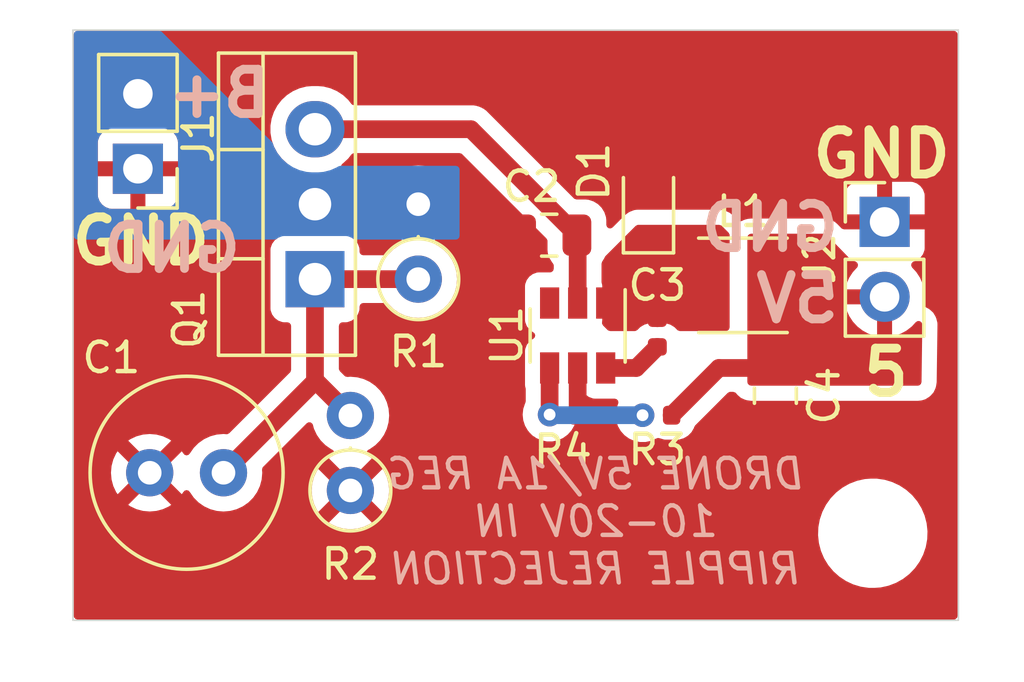
<source format=kicad_pcb>
(kicad_pcb (version 20221018) (generator pcbnew)
  (layers (0 "F.Cu" signal) (31 "B.Cu" signal) (34 "B.Paste" user) (35 "F.Paste" user) (36 "B.SilkS" user "B.Silkscreen") (37 "F.SilkS" user "F.Silkscreen") (38 "B.Mask" user) (39 "F.Mask" user) (44 "Edge.Cuts" user))
  (net 0 "")
  (net 1 "GND")
  (net 2 "+5V")
  (net 3 "+BATT")
  (net 4 "/CTRL")
  (net 5 "/FILTERED")
  (net 6 "/SW")
  (net 7 "/BOOTSTRAP")
  (net 8 "/FEEDBACK")
  (footprint "Capacitor_THT:C_Radial_D6.3mm_H7.0mm_P2.50mm" (layer "F.Cu") (at 112.6 105)
    (fp_text reference "C1" (at -1.3 -3.9) (layer "F.SilkS"))
    (fp_text value "10u")
    (fp_circle (center 1.25 0) (end 4.52 0) (stroke (width 0.12)) (fill none) (layer "F.SilkS"))
    (pad "1" thru_hole circle (at 0 0) (size 1.6 1.6) (drill 0.8) (layers "*.Cu" "*.Mask") (net 1 "GND"))
    (pad "2" thru_hole circle (at 2.5 0) (size 1.6 1.6) (drill 0.8) (layers "*.Cu" "*.Mask") (net 4 "/CTRL"))
  )
  (footprint "Capacitor_SMD:C_0805_2012Metric" (layer "F.Cu") (at 126.1375 96.95)
    (fp_text reference "C2" (at -0.6 -1.65) (layer "F.SilkS"))
    (fp_text value "10u")
    (fp_line (start -0.258578 -0.71) (end 0.258578 -0.71) (stroke (width 0.12)) (layer "F.SilkS"))
    (fp_line (start -0.258578 0.71) (end 0.258578 0.71) (stroke (width 0.12)) (layer "F.SilkS"))
    (pad "1" smd roundrect (at -0.9375 0) (size 0.975 1.4) (layers "F.Cu" "F.Paste" "F.Mask") (net 1 "GND"))
    (pad "2" smd roundrect (at 0.9375 0) (size 0.975 1.4) (layers "F.Cu" "F.Paste" "F.Mask") (net 5 "/FILTERED"))
  )
  (footprint "Capacitor_SMD:C_0402_1005Metric" (layer "F.Cu") (at 129.8 100.25 90)
    (fp_text reference "C3" (at 1.6 0 180) (layer "F.SilkS"))
    (fp_text value "22n")
    (pad "1" smd roundrect (at -0.485 0 90) (size 0.59 0.64) (layers "F.Cu" "F.Paste" "F.Mask") (net 7 "/BOOTSTRAP"))
    (pad "2" smd roundrect (at 0.485 0 90) (size 0.59 0.64) (layers "F.Cu" "F.Paste" "F.Mask") (net 6 "/SW"))
  )
  (footprint "Capacitor_SMD:C_0805_2012Metric" (layer "F.Cu") (at 133.8 102.3875 -90)
    (fp_text reference "C4" (at 0 -1.65 90) (layer "F.SilkS"))
    (fp_text value "4u7")
    (fp_line (start -0.258578 -0.71) (end 0.258578 -0.71) (stroke (width 0.12)) (layer "F.SilkS"))
    (fp_line (start -0.258578 0.71) (end 0.258578 0.71) (stroke (width 0.12)) (layer "F.SilkS"))
    (pad "1" smd roundrect (at -0.9375 0 270) (size 0.975 1.4) (layers "F.Cu" "F.Paste" "F.Mask") (net 2 "+5V"))
    (pad "2" smd roundrect (at 0.9375 0 270) (size 0.975 1.4) (layers "F.Cu" "F.Paste" "F.Mask") (net 1 "GND"))
  )
  (footprint "Diode_SMD:D_SOD-323" (layer "F.Cu") (at 129.5 96.05 90)
    (fp_text reference "D1" (at 1.25 -1.85 90) (layer "F.SilkS"))
    (fp_text value "0v7")
    (fp_line (start -1.5 -0.85) (end -1.5 0.85) (stroke (width 0.12)) (layer "F.SilkS"))
    (fp_line (start -1.5 -0.85) (end 1.05 -0.85) (stroke (width 0.12)) (layer "F.SilkS"))
    (fp_line (start -1.5 0.85) (end 1.05 0.85) (stroke (width 0.12)) (layer "F.SilkS"))
    (pad "1" smd rect (at -1.05 0 90) (size 0.6 0.45) (layers "F.Cu" "F.Paste" "F.Mask") (net 6 "/SW"))
    (pad "2" smd rect (at 1.05 0 90) (size 0.6 0.45) (layers "F.Cu" "F.Paste" "F.Mask") (net 1 "GND"))
  )
  (footprint "Package_TO_SOT_THT:TO-220-3_Vertical" (layer "F.Cu") (at 118.2 98.44 90)
    (fp_text reference "Q1" (at -1.36 -4.27 90) (layer "F.SilkS"))
    (fp_text value "TIP122")
    (fp_line (start -2.58 -3.27) (end -2.58 1.371) (stroke (width 0.12)) (layer "F.SilkS"))
    (fp_line (start -2.58 -3.27) (end 7.66 -3.27) (stroke (width 0.12)) (layer "F.SilkS"))
    (fp_line (start -2.58 -1.76) (end 7.66 -1.76) (stroke (width 0.12)) (layer "F.SilkS"))
    (fp_line (start -2.58 1.371) (end 7.66 1.371) (stroke (width 0.12)) (layer "F.SilkS"))
    (fp_line (start 0.69 -3.27) (end 0.69 -1.76) (stroke (width 0.12)) (layer "F.SilkS"))
    (fp_line (start 4.391 -3.27) (end 4.391 -1.76) (stroke (width 0.12)) (layer "F.SilkS"))
    (fp_line (start 7.66 -3.27) (end 7.66 1.371) (stroke (width 0.12)) (layer "F.SilkS"))
    (pad "1" thru_hole rect (at 0 0 90) (size 1.905 2) (drill 1.1) (layers "*.Cu" "*.Mask") (net 4 "/CTRL"))
    (pad "2" thru_hole oval (at 2.54 0 90) (size 1.905 2) (drill 1.1) (layers "*.Cu" "*.Mask") (net 3 "+BATT"))
    (pad "3" thru_hole oval (at 5.08 0 90) (size 1.905 2) (drill 1.1) (layers "*.Cu" "*.Mask") (net 5 "/FILTERED"))
  )
  (footprint "Resistor_THT:R_Axial_DIN0207_L6.3mm_D2.5mm_P2.54mm_Vertical" (layer "F.Cu") (at 119.4 105.6 90)
    (fp_text reference "R2" (at -2.5 0 180) (layer "F.SilkS"))
    (fp_text value "1k")
    (fp_line (start 1.37 0) (end 1.44 0) (stroke (width 0.12)) (layer "F.SilkS"))
    (fp_circle (center 0 0) (end 1.37 0) (stroke (width 0.12)) (fill none) (layer "F.SilkS"))
    (pad "1" thru_hole circle (at 0 0 90) (size 1.6 1.6) (drill 0.8) (layers "*.Cu" "*.Mask") (net 1 "GND"))
    (pad "2" thru_hole oval (at 2.54 0 90) (size 1.6 1.6) (drill 0.8) (layers "*.Cu" "*.Mask") (net 4 "/CTRL"))
  )
  (footprint "Resistor_SMD:R_0402_1005Metric" (layer "F.Cu") (at 129.8 103.05 180)
    (fp_text reference "R3" (at 0 -1.17) (layer "F.SilkS"))
    (fp_text value "150k")
    (pad "1" smd roundrect (at -0.485 0 180) (size 0.59 0.64) (layers "F.Cu" "F.Paste" "F.Mask") (net 2 "+5V"))
    (pad "2" smd roundrect (at 0.485 0 180) (size 0.59 0.64) (layers "F.Cu" "F.Paste" "F.Mask") (net 8 "/FEEDBACK"))
  )
  (footprint "Resistor_SMD:R_0402_1005Metric" (layer "F.Cu") (at 126.615 103.05)
    (fp_text reference "R4" (at -0.015 1.2) (layer "F.SilkS"))
    (fp_text value "28k7")
    (pad "1" smd roundrect (at -0.485 0) (size 0.59 0.64) (layers "F.Cu" "F.Paste" "F.Mask") (net 8 "/FEEDBACK"))
    (pad "2" smd roundrect (at 0.485 0) (size 0.59 0.64) (layers "F.Cu" "F.Paste" "F.Mask") (net 1 "GND"))
  )
  (footprint "Inductor_SMD:L_Taiyo-Yuden_NR-30xx" (layer "F.Cu") (at 132.7 98.65)
    (fp_text reference "L1" (at 0 -2.5) (layer "F.SilkS"))
    (fp_text value "4u7")
    (fp_line (start -1.5 -1.6) (end 1.5 -1.6) (stroke (width 0.12)) (layer "F.SilkS"))
    (fp_line (start -1.5 1.6) (end 1.5 1.6) (stroke (width 0.12)) (layer "F.SilkS"))
    (pad "1" smd rect (at -1.1 0) (size 0.8 2.9) (layers "F.Cu" "F.Paste" "F.Mask") (net 6 "/SW"))
    (pad "2" smd rect (at 1.1 0) (size 0.8 2.9) (layers "F.Cu" "F.Paste" "F.Mask") (net 2 "+5V"))
  )
  (footprint "Package_TO_SOT_SMD:SOT-23-6" (layer "F.Cu") (at 127.1 100.35 -90)
    (fp_text reference "U1" (at 0 2.4 90) (layer "F.SilkS"))
    (fp_text value "ACT4088")
    (fp_line (start -0.9 1.61) (end 0.9 1.61) (stroke (width 0.12)) (layer "F.SilkS"))
    (fp_line (start 0.9 -1.61) (end -1.55 -1.61) (stroke (width 0.12)) (layer "F.SilkS"))
    (pad "1" smd rect (at -1.1 -0.95 270) (size 1.06 0.65) (layers "F.Cu" "F.Paste" "F.Mask") (net 6 "/SW"))
    (pad "2" smd rect (at -1.1 0 270) (size 1.06 0.65) (layers "F.Cu" "F.Paste" "F.Mask") (net 5 "/FILTERED"))
    (pad "3" smd rect (at -1.1 0.95 270) (size 1.06 0.65) (layers "F.Cu" "F.Paste" "F.Mask"))
    (pad "4" smd rect (at 1.1 0.95 270) (size 1.06 0.65) (layers "F.Cu" "F.Paste" "F.Mask") (net 8 "/FEEDBACK"))
    (pad "5" smd rect (at 1.1 0 270) (size 1.06 0.65) (layers "F.Cu" "F.Paste" "F.Mask") (net 1 "GND"))
    (pad "6" smd rect (at 1.1 -0.95 270) (size 1.06 0.65) (layers "F.Cu" "F.Paste" "F.Mask") (net 7 "/BOOTSTRAP"))
  )
  (footprint "Connector_PinHeader_2.54mm:PinHeader_1x02_P2.54mm_Vertical" (layer "F.Cu") (at 112.2 94.7 180)
    (fp_text reference "J1" (at -2.05 1.05 90) (layer "F.SilkS"))
    (fp_text value "Conn_01x02")
    (fp_line (start -1.33 -1.33) (end 0 -1.33) (stroke (width 0.12)) (layer "F.SilkS"))
    (fp_line (start -1.33 0) (end -1.33 -1.33) (stroke (width 0.12)) (layer "F.SilkS"))
    (fp_line (start -1.33 1.27) (end -1.33 3.87) (stroke (width 0.12)) (layer "F.SilkS"))
    (fp_line (start -1.33 1.27) (end 1.33 1.27) (stroke (width 0.12)) (layer "F.SilkS"))
    (fp_line (start -1.33 3.87) (end 1.33 3.87) (stroke (width 0.12)) (layer "F.SilkS"))
    (fp_line (start 1.33 1.27) (end 1.33 3.87) (stroke (width 0.12)) (layer "F.SilkS"))
    (pad "1" thru_hole rect (at 0 0 180) (size 1.7 1.7) (drill 1) (layers "*.Cu" "*.Mask") (net 1 "GND"))
    (pad "2" thru_hole oval (at 0 2.54 180) (size 1.7 1.7) (drill 1) (layers "*.Cu" "*.Mask") (net 3 "+BATT"))
  )
  (footprint "Resistor_THT:R_Axial_DIN0207_L6.3mm_D2.5mm_P2.54mm_Vertical" (layer "F.Cu") (at 121.7 98.44 90)
    (fp_text reference "R1" (at -2.46 0 180) (layer "F.SilkS"))
    (fp_text value "1k")
    (fp_line (start 1.37 0) (end 1.44 0) (stroke (width 0.12)) (layer "F.SilkS"))
    (fp_circle (center 0 0) (end 1.37 0) (stroke (width 0.12)) (fill none) (layer "F.SilkS"))
    (pad "1" thru_hole circle (at 0 0 90) (size 1.6 1.6) (drill 0.8) (layers "*.Cu" "*.Mask") (net 4 "/CTRL"))
    (pad "2" thru_hole oval (at 2.54 0 90) (size 1.6 1.6) (drill 0.8) (layers "*.Cu" "*.Mask") (net 3 "+BATT"))
  )
  (footprint "Connector_PinHeader_2.54mm:PinHeader_1x02_P2.54mm_Vertical" (layer "F.Cu") (at 137.5 96.5)
    (fp_text reference "J2" (at -2.2 1.25 90) (layer "F.SilkS"))
    (fp_text value "Conn_01x02")
    (fp_line (start -1.33 -1.33) (end 0 -1.33) (stroke (width 0.12)) (layer "F.SilkS"))
    (fp_line (start -1.33 0) (end -1.33 -1.33) (stroke (width 0.12)) (layer "F.SilkS"))
    (fp_line (start -1.33 1.27) (end -1.33 3.87) (stroke (width 0.12)) (layer "F.SilkS"))
    (fp_line (start -1.33 1.27) (end 1.33 1.27) (stroke (width 0.12)) (layer "F.SilkS"))
    (fp_line (start -1.33 3.87) (end 1.33 3.87) (stroke (width 0.12)) (layer "F.SilkS"))
    (fp_line (start 1.33 1.27) (end 1.33 3.87) (stroke (width 0.12)) (layer "F.SilkS"))
    (pad "1" thru_hole rect (at 0 0) (size 1.7 1.7) (drill 1) (layers "*.Cu" "*.Mask") (net 1 "GND"))
    (pad "2" thru_hole oval (at 0 2.54) (size 1.7 1.7) (drill 1) (layers "*.Cu" "*.Mask") (net 2 "+5V"))
  )
  (footprint "MountingHole:MountingHole_3.2mm_M3" (layer "F.Cu") (at 137.1 107.05)
    (fp_text reference "H1" hide)
    (fp_text value "MountingHole")
    (pad "" np_thru_hole circle (at 0 0) (size 3.2 3.2) (drill 3.2) (layers "*.Cu" "*.Mask"))
  )
  (gr_line (start 140 90) (end 110 90) (stroke (width 0.05)) (layer "Edge.Cuts"))
  (gr_line (start 140 110) (end 140 90) (stroke (width 0.05)) (layer "Edge.Cuts"))
  (gr_line (start 110 90) (end 110 110) (stroke (width 0.05)) (layer "Edge.Cuts"))
  (gr_line (start 110 110) (end 140 110) (stroke (width 0.05)) (layer "Edge.Cuts"))
  (gr_text "GND\n5V" (at 136.1 97.9) (layer "B.SilkS") (effects (font (size 1.5 1.5) (thickness 0.3)) (justify left mirror)))
  (gr_text "GND" (at 113.35 97.4) (layer "B.SilkS") (effects (font (size 1.5 1.5) (thickness 0.3)) (justify mirror)))
  (gr_text "DRONE 5V/1A REG\n10-20V IN\nRIPPLE REJECTION" (at 127.75 106.65) (layer "B.SilkS") (effects (font (size 1 1) (thickness 0.15) italic) (justify mirror)))
  (gr_text "B+" (at 114.95 92.15) (layer "B.SilkS") (effects (font (size 1.5 1.5) (thickness 0.3)) (justify mirror)))
  (gr_text "GND" (at 112.3 97.15) (layer "F.SilkS") (effects (font (size 1.5 1.5) (thickness 0.3))))
  (gr_text "GND" (at 137.4 94.2) (layer "F.SilkS") (effects (font (size 1.5 1.5) (thickness 0.3))))
  (gr_text "5" (at 137.55 101.6) (layer "F.SilkS") (effects (font (size 1.5 1.5) (thickness 0.3))))
  (segment (start 127.1 101.45) (end 127.1 103.05) (width 0.6) (layer "F.Cu") (net 1))
  (segment (start 133.8 101.45) (end 131.885 101.45) (width 0.6) (layer "F.Cu") (net 2))
  (segment (start 131.885 101.45) (end 130.285 103.05) (width 0.6) (layer "F.Cu") (net 2))
  (segment (start 118.2 101.9) (end 115.1 105) (width 0.6) (layer "F.Cu") (net 4))
  (segment (start 119.4 103.06) (end 118.24 101.9) (width 0.6) (layer "F.Cu") (net 4))
  (segment (start 118.2 98.44) (end 121.7 98.44) (width 0.6) (layer "F.Cu") (net 4))
  (segment (start 118.2 98.44) (end 118.2 101.9) (width 0.6) (layer "F.Cu") (net 4))
  (segment (start 118.24 101.9) (end 118.2 101.9) (width 0.6) (layer "F.Cu") (net 4))
  (segment (start 123.485 93.36) (end 118.2 93.36) (width 0.6) (layer "F.Cu") (net 5))
  (segment (start 127.1 96.975) (end 127.075 96.95) (width 0.6) (layer "F.Cu") (net 5))
  (segment (start 127.075 96.95) (end 123.485 93.36) (width 0.6) (layer "F.Cu") (net 5))
  (segment (start 127.1 99.25) (end 127.1 96.975) (width 0.6) (layer "F.Cu") (net 5))
  (segment (start 129.5 97.1) (end 129.5 99.465) (width 0.6) (layer "F.Cu") (net 6))
  (segment (start 128.05 99.25) (end 131 99.25) (width 0.6) (layer "F.Cu") (net 6))
  (segment (start 131 99.25) (end 131.6 98.65) (width 0.6) (layer "F.Cu") (net 6))
  (segment (start 129.5 99.465) (end 129.8 99.765) (width 0.6) (layer "F.Cu") (net 6))
  (segment (start 128.05 101.45) (end 129.085 101.45) (width 0.6) (layer "F.Cu") (net 7))
  (segment (start 129.085 101.45) (end 129.8 100.735) (width 0.6) (layer "F.Cu") (net 7))
  (segment (start 129.315 103.05) (end 129.3 103.05) (width 0.6) (layer "F.Cu") (net 8))
  (segment (start 126.13 103.05) (end 126.15 103.03) (width 0.6) (layer "F.Cu") (net 8))
  (segment (start 126.15 101.45) (end 126.15 103.03) (width 0.6) (layer "F.Cu") (net 8))
  (via (at 129.3 103.05) (size 0.8) (drill 0.4) (layers "F.Cu" "B.Cu") (net 8))
  (via (at 126.15 103.03) (size 0.8) (drill 0.4) (layers "F.Cu" "B.Cu") (net 8))
  (segment (start 126.17 103.05) (end 126.15 103.03) (width 0.6) (layer "B.Cu") (net 8))
  (segment (start 129.3 103.05) (end 126.17 103.05) (width 0.6) (layer "B.Cu") (net 8))
  (zone (net 2) (net_name "+5V") (layer "F.Cu") (priority 1) (connect_pads thru_hole_only (clearance 0.508)) (min_thickness 0.256) (fill yes (thermal_gap 0.508) (thermal_bridge_width 0.508))
    (polygon (pts (xy 136.375 97.8) (xy 138.225 97.8) (xy 138.8 98.4) (xy 138.75 102.05) (xy 132.85 102.05) (xy 132.85 96.9) (xy 135.5 96.9)))
  )
  (zone (net 6) (net_name "/SW") (layer "F.Cu") (priority 1) (connect_pads yes (clearance 0.508)) (min_thickness 0.256) (fill yes (thermal_gap 0.508) (thermal_bridge_width 0.508))
    (polygon (pts (xy 132.25 96.9) (xy 132.25 100.2) (xy 128.15 100.2) (xy 127.7 99.75) (xy 127.7 98) (xy 129.1 96.6) (xy 131.95 96.6)))
  )
  (zone (net 1) (net_name "GND") (layer "F.Cu") (connect_pads thru_hole_only (clearance 0.508)) (min_thickness 0.254) (fill yes (thermal_gap 0.508) (thermal_bridge_width 0.508))
    (polygon (pts (xy 140 110) (xy 110 110) (xy 110 90) (xy 140 90)))
  )
  (zone (net 3) (net_name "+BATT") (layer "B.Cu") (priority 1) (connect_pads yes (clearance 0.508)) (min_thickness 0.256) (fill yes (thermal_gap 0.508) (thermal_bridge_width 0.508))
    (polygon (pts (xy 117.55 94.6) (xy 123.1 94.6) (xy 123.1 97.1) (xy 110 97.1) (xy 110 90) (xy 112.95 90)))
  )
)
</source>
